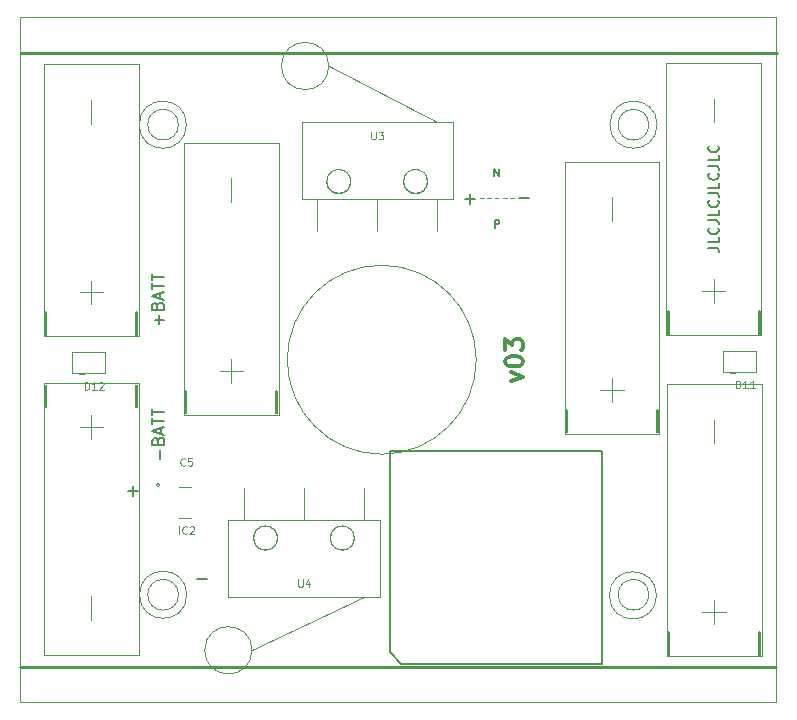
<source format=gbr>
%TF.GenerationSoftware,KiCad,Pcbnew,(5.1.5)-3*%
%TF.CreationDate,2020-08-30T11:50:14-07:00*%
%TF.ProjectId,ypanel,7970616e-656c-42e6-9b69-6361645f7063,rev?*%
%TF.SameCoordinates,Original*%
%TF.FileFunction,Legend,Top*%
%TF.FilePolarity,Positive*%
%FSLAX46Y46*%
G04 Gerber Fmt 4.6, Leading zero omitted, Abs format (unit mm)*
G04 Created by KiCad (PCBNEW (5.1.5)-3) date 2020-08-30 11:50:14*
%MOMM*%
%LPD*%
G04 APERTURE LIST*
%ADD10C,0.300000*%
%ADD11C,0.150000*%
%ADD12C,0.100000*%
%ADD13C,0.120000*%
%ADD14C,0.203200*%
%ADD15C,0.254000*%
%ADD16C,0.050000*%
%ADD17C,0.127000*%
%ADD18C,0.101600*%
%ADD19C,0.076200*%
G04 APERTURE END LIST*
D10*
X154555071Y-100785715D02*
X155555071Y-100428572D01*
X154555071Y-100071429D01*
X154055071Y-99214286D02*
X154055071Y-99071429D01*
X154126500Y-98928572D01*
X154197928Y-98857143D01*
X154340785Y-98785715D01*
X154626500Y-98714286D01*
X154983642Y-98714286D01*
X155269357Y-98785715D01*
X155412214Y-98857143D01*
X155483642Y-98928572D01*
X155555071Y-99071429D01*
X155555071Y-99214286D01*
X155483642Y-99357143D01*
X155412214Y-99428572D01*
X155269357Y-99500001D01*
X154983642Y-99571429D01*
X154626500Y-99571429D01*
X154340785Y-99500001D01*
X154197928Y-99428572D01*
X154126500Y-99357143D01*
X154055071Y-99214286D01*
X154055071Y-98214286D02*
X154055071Y-97285715D01*
X154626500Y-97785715D01*
X154626500Y-97571429D01*
X154697928Y-97428572D01*
X154769357Y-97357143D01*
X154912214Y-97285715D01*
X155269357Y-97285715D01*
X155412214Y-97357143D01*
X155483642Y-97428572D01*
X155555071Y-97571429D01*
X155555071Y-98000001D01*
X155483642Y-98142858D01*
X155412214Y-98214286D01*
D11*
X171211142Y-89501142D02*
X171854000Y-89501142D01*
X171982571Y-89544000D01*
X172068285Y-89629714D01*
X172111142Y-89758285D01*
X172111142Y-89844000D01*
X172111142Y-88644000D02*
X172111142Y-89072571D01*
X171211142Y-89072571D01*
X172025428Y-87829714D02*
X172068285Y-87872571D01*
X172111142Y-88001142D01*
X172111142Y-88086857D01*
X172068285Y-88215428D01*
X171982571Y-88301142D01*
X171896857Y-88344000D01*
X171725428Y-88386857D01*
X171596857Y-88386857D01*
X171425428Y-88344000D01*
X171339714Y-88301142D01*
X171254000Y-88215428D01*
X171211142Y-88086857D01*
X171211142Y-88001142D01*
X171254000Y-87872571D01*
X171296857Y-87829714D01*
X171211142Y-87186857D02*
X171854000Y-87186857D01*
X171982571Y-87229714D01*
X172068285Y-87315428D01*
X172111142Y-87444000D01*
X172111142Y-87529714D01*
X172111142Y-86329714D02*
X172111142Y-86758285D01*
X171211142Y-86758285D01*
X172025428Y-85515428D02*
X172068285Y-85558285D01*
X172111142Y-85686857D01*
X172111142Y-85772571D01*
X172068285Y-85901142D01*
X171982571Y-85986857D01*
X171896857Y-86029714D01*
X171725428Y-86072571D01*
X171596857Y-86072571D01*
X171425428Y-86029714D01*
X171339714Y-85986857D01*
X171254000Y-85901142D01*
X171211142Y-85772571D01*
X171211142Y-85686857D01*
X171254000Y-85558285D01*
X171296857Y-85515428D01*
X171211142Y-84872571D02*
X171854000Y-84872571D01*
X171982571Y-84915428D01*
X172068285Y-85001142D01*
X172111142Y-85129714D01*
X172111142Y-85215428D01*
X172111142Y-84015428D02*
X172111142Y-84444000D01*
X171211142Y-84444000D01*
X172025428Y-83201142D02*
X172068285Y-83244000D01*
X172111142Y-83372571D01*
X172111142Y-83458285D01*
X172068285Y-83586857D01*
X171982571Y-83672571D01*
X171896857Y-83715428D01*
X171725428Y-83758285D01*
X171596857Y-83758285D01*
X171425428Y-83715428D01*
X171339714Y-83672571D01*
X171254000Y-83586857D01*
X171211142Y-83458285D01*
X171211142Y-83372571D01*
X171254000Y-83244000D01*
X171296857Y-83201142D01*
X171211142Y-82558285D02*
X171854000Y-82558285D01*
X171982571Y-82601142D01*
X172068285Y-82686857D01*
X172111142Y-82815428D01*
X172111142Y-82901142D01*
X172111142Y-81701142D02*
X172111142Y-82129714D01*
X171211142Y-82129714D01*
X172025428Y-80886857D02*
X172068285Y-80929714D01*
X172111142Y-81058285D01*
X172111142Y-81144000D01*
X172068285Y-81272571D01*
X171982571Y-81358285D01*
X171896857Y-81401142D01*
X171725428Y-81444000D01*
X171596857Y-81444000D01*
X171425428Y-81401142D01*
X171339714Y-81358285D01*
X171254000Y-81272571D01*
X171211142Y-81144000D01*
X171211142Y-81058285D01*
X171254000Y-80929714D01*
X171296857Y-80886857D01*
D12*
X166850000Y-118950000D02*
G75*
G03X166850000Y-118950000I-2000000J0D01*
G01*
X166900000Y-79100000D02*
G75*
G03X166900000Y-79100000I-2000000J0D01*
G01*
D13*
X144800000Y-125050000D02*
X162800000Y-125050000D01*
X127050000Y-79100000D02*
G75*
G03X127050000Y-79100000I-2000000J0D01*
G01*
D12*
X127075000Y-118900000D02*
G75*
G03X127075000Y-118900000I-2000000J0D01*
G01*
X151587000Y-99000001D02*
G75*
G03X151587000Y-99000001I-8000000J0D01*
G01*
X134779564Y-114100000D02*
G75*
G03X134779564Y-114100000I-1029564J0D01*
G01*
X141279564Y-114100000D02*
G75*
G03X141279564Y-114100000I-1029564J0D01*
G01*
X126375000Y-118900000D02*
G75*
G03X126375000Y-118900000I-1300000J0D01*
G01*
X140979564Y-83920436D02*
G75*
G03X140979564Y-83920436I-1029564J0D01*
G01*
X147479564Y-83920436D02*
G75*
G03X147479564Y-83920436I-1029564J0D01*
G01*
X176975000Y-70000000D02*
X176975000Y-128000000D01*
D14*
X127914571Y-117531242D02*
X128785428Y-117531242D01*
X122114571Y-110131642D02*
X122985428Y-110131642D01*
X122550000Y-110567071D02*
X122550000Y-109696214D01*
D11*
X124785428Y-107430628D02*
X124785428Y-106668723D01*
X124642571Y-105859200D02*
X124690190Y-105716342D01*
X124737809Y-105668723D01*
X124833047Y-105621104D01*
X124975904Y-105621104D01*
X125071142Y-105668723D01*
X125118761Y-105716342D01*
X125166380Y-105811580D01*
X125166380Y-106192533D01*
X124166380Y-106192533D01*
X124166380Y-105859200D01*
X124214000Y-105763961D01*
X124261619Y-105716342D01*
X124356857Y-105668723D01*
X124452095Y-105668723D01*
X124547333Y-105716342D01*
X124594952Y-105763961D01*
X124642571Y-105859200D01*
X124642571Y-106192533D01*
X124880666Y-105240152D02*
X124880666Y-104763961D01*
X125166380Y-105335390D02*
X124166380Y-105002057D01*
X125166380Y-104668723D01*
X124166380Y-104478247D02*
X124166380Y-103906819D01*
X125166380Y-104192533D02*
X124166380Y-104192533D01*
X124166380Y-103716342D02*
X124166380Y-103144914D01*
X125166380Y-103430628D02*
X124166380Y-103430628D01*
X124734628Y-96000628D02*
X124734628Y-95238723D01*
X125115580Y-95619676D02*
X124353676Y-95619676D01*
X124591771Y-94429200D02*
X124639390Y-94286342D01*
X124687009Y-94238723D01*
X124782247Y-94191104D01*
X124925104Y-94191104D01*
X125020342Y-94238723D01*
X125067961Y-94286342D01*
X125115580Y-94381580D01*
X125115580Y-94762533D01*
X124115580Y-94762533D01*
X124115580Y-94429200D01*
X124163200Y-94333961D01*
X124210819Y-94286342D01*
X124306057Y-94238723D01*
X124401295Y-94238723D01*
X124496533Y-94286342D01*
X124544152Y-94333961D01*
X124591771Y-94429200D01*
X124591771Y-94762533D01*
X124829866Y-93810152D02*
X124829866Y-93333961D01*
X125115580Y-93905390D02*
X124115580Y-93572057D01*
X125115580Y-93238723D01*
X124115580Y-93048247D02*
X124115580Y-92476819D01*
X125115580Y-92762533D02*
X124115580Y-92762533D01*
X124115580Y-92286342D02*
X124115580Y-91714914D01*
X125115580Y-92000628D02*
X124115580Y-92000628D01*
D15*
X113030000Y-72999600D02*
X177017200Y-72999600D01*
X113000000Y-125000000D02*
X176987200Y-125000000D01*
D12*
X166200000Y-118900000D02*
G75*
G03X166200000Y-118900000I-1300000J0D01*
G01*
D16*
X126372800Y-79100000D02*
G75*
G03X126372800Y-79100000I-1300000J0D01*
G01*
D12*
X166195000Y-79102480D02*
G75*
G03X166195000Y-79102480I-1300000J0D01*
G01*
X176975000Y-70000000D02*
X113000000Y-70000000D01*
X113000000Y-128000000D02*
X176975000Y-128000000D01*
X113000000Y-70000000D02*
X113000000Y-128000000D01*
D14*
X155214571Y-85331642D02*
X156085428Y-85331642D01*
D17*
X153147290Y-87816461D02*
X153147290Y-87181461D01*
X153389195Y-87181461D01*
X153449671Y-87211700D01*
X153479909Y-87241938D01*
X153510147Y-87302414D01*
X153510147Y-87393128D01*
X153479909Y-87453604D01*
X153449671Y-87483842D01*
X153389195Y-87514080D01*
X153147290Y-87514080D01*
X153481428Y-82812738D02*
X153481428Y-83447738D01*
X153118571Y-82812738D01*
X153118571Y-83447738D01*
D14*
X150617571Y-85413742D02*
X151488428Y-85413742D01*
X151053000Y-85849171D02*
X151053000Y-84978314D01*
D13*
X152259500Y-85332100D02*
X151942000Y-85332100D01*
X153466000Y-85332100D02*
X153148500Y-85332100D01*
X152513500Y-85332100D02*
X152831000Y-85332100D01*
X153847000Y-85332100D02*
X154164500Y-85332100D01*
X154799500Y-85332100D02*
X154482000Y-85332100D01*
D11*
X162250000Y-106750000D02*
X162250000Y-124750000D01*
X144250000Y-106750000D02*
X162250000Y-106750000D01*
X144250000Y-123750000D02*
X144250000Y-106750000D01*
X145250000Y-124750000D02*
X144250000Y-123750000D01*
X162250000Y-124750000D02*
X145250000Y-124750000D01*
D13*
X117945000Y-100250500D02*
X118345000Y-100250500D01*
X117345000Y-98350500D02*
X120145000Y-98350500D01*
X117345000Y-100150500D02*
X117345000Y-98350500D01*
X120145000Y-100150500D02*
X117345000Y-100150500D01*
X120145000Y-98350500D02*
X120145000Y-100150500D01*
X173063000Y-100123500D02*
X173463000Y-100123500D01*
X172463000Y-98223500D02*
X175263000Y-98223500D01*
X172463000Y-100023500D02*
X172463000Y-98223500D01*
X175263000Y-100023500D02*
X172463000Y-100023500D01*
X175263000Y-98223500D02*
X175263000Y-100023500D01*
D14*
X159198480Y-103250000D02*
X159198480Y-105150000D01*
X159198480Y-103250000D02*
X159298480Y-103250000D01*
X159298480Y-103250000D02*
X159298480Y-105150000D01*
X166898480Y-103250000D02*
X166998480Y-103250000D01*
X166998480Y-103250000D02*
X166998480Y-105150000D01*
X166898480Y-103250000D02*
X166898480Y-105150000D01*
D13*
X163098480Y-87250000D02*
X163098480Y-85250000D01*
X163098480Y-102550000D02*
X163098480Y-100550000D01*
X162098480Y-101550000D02*
X164098480Y-101550000D01*
X167098480Y-105250000D02*
X159098480Y-105250000D01*
X167098480Y-82250000D02*
X167098480Y-105250000D01*
X159098480Y-82250000D02*
X167098480Y-82250000D01*
X159098480Y-105250000D02*
X159098480Y-82250000D01*
X142100000Y-109900000D02*
X142100000Y-112500000D01*
X137000000Y-109900000D02*
X137000000Y-112500000D01*
X131900000Y-109900000D02*
X131900000Y-112500000D01*
X143400000Y-119100000D02*
X130600000Y-119100000D01*
X130600000Y-112600000D02*
X130600000Y-119100000D01*
X130600000Y-112600000D02*
X143400000Y-112600000D01*
X143400000Y-119100000D02*
X143400000Y-112600000D01*
X134750000Y-114100000D02*
G75*
G03X134750000Y-114100000I-1000000J0D01*
G01*
X141250000Y-114100000D02*
G75*
G03X141250000Y-114100000I-1000000J0D01*
G01*
X132600000Y-123600000D02*
G75*
G03X132600000Y-123600000I-2000000J0D01*
G01*
X142080000Y-119100000D02*
X132600000Y-123600000D01*
X138100000Y-88100000D02*
X138100000Y-85500000D01*
X143200000Y-88100000D02*
X143200000Y-85500000D01*
X148300000Y-88100000D02*
X148300000Y-85500000D01*
X136800000Y-78900000D02*
X149600000Y-78900000D01*
X149600000Y-85400000D02*
X149600000Y-78900000D01*
X149600000Y-85400000D02*
X136800000Y-85400000D01*
X136800000Y-78900000D02*
X136800000Y-85400000D01*
X147450000Y-83900000D02*
G75*
G03X147450000Y-83900000I-1000000J0D01*
G01*
X140950000Y-83900000D02*
G75*
G03X140950000Y-83900000I-1000000J0D01*
G01*
X139100000Y-74130000D02*
G75*
G03X139100000Y-74130000I-2000000J0D01*
G01*
X139100000Y-74130000D02*
X148280000Y-78900000D01*
D18*
X124604600Y-109598700D02*
G75*
G02X124704600Y-109598700I50000J0D01*
G01*
X124704600Y-109598700D02*
G75*
G02X124604600Y-109598700I-50000J0D01*
G01*
D12*
X124504600Y-109598700D02*
G75*
G02X124804600Y-109598700I150000J0D01*
G01*
X124804600Y-109598700D02*
G75*
G02X124504600Y-109598700I-150000J0D01*
G01*
X126404600Y-112398700D02*
X127404600Y-112405700D01*
X126404600Y-109798700D02*
X127404600Y-109795700D01*
D14*
X115100000Y-95000000D02*
X115100000Y-96900000D01*
X115100000Y-95000000D02*
X115200000Y-95000000D01*
X115200000Y-95000000D02*
X115200000Y-96900000D01*
X122800000Y-95000000D02*
X122900000Y-95000000D01*
X122900000Y-95000000D02*
X122900000Y-96900000D01*
X122800000Y-95000000D02*
X122800000Y-96900000D01*
D13*
X119000000Y-79000000D02*
X119000000Y-77000000D01*
X119000000Y-94300000D02*
X119000000Y-92300000D01*
X118000000Y-93300000D02*
X120000000Y-93300000D01*
X123000000Y-97000000D02*
X115000000Y-97000000D01*
X123000000Y-74000000D02*
X123000000Y-97000000D01*
X115000000Y-74000000D02*
X123000000Y-74000000D01*
X115000000Y-97000000D02*
X115000000Y-74000000D01*
D14*
X167842100Y-122063000D02*
X167842100Y-123963000D01*
X167842100Y-122063000D02*
X167942100Y-122063000D01*
X167942100Y-122063000D02*
X167942100Y-123963000D01*
X175542100Y-122063000D02*
X175642100Y-122063000D01*
X175642100Y-122063000D02*
X175642100Y-123963000D01*
X175542100Y-122063000D02*
X175542100Y-123963000D01*
D13*
X171742100Y-106063000D02*
X171742100Y-104063000D01*
X171742100Y-121363000D02*
X171742100Y-119363000D01*
X170742100Y-120363000D02*
X172742100Y-120363000D01*
X175742100Y-124063000D02*
X167742100Y-124063000D01*
X175742100Y-101063000D02*
X175742100Y-124063000D01*
X167742100Y-101063000D02*
X175742100Y-101063000D01*
X167742100Y-124063000D02*
X167742100Y-101063000D01*
D14*
X126950000Y-101650000D02*
X126950000Y-103550000D01*
X126950000Y-101650000D02*
X127050000Y-101650000D01*
X127050000Y-101650000D02*
X127050000Y-103550000D01*
X134650000Y-101650000D02*
X134750000Y-101650000D01*
X134750000Y-101650000D02*
X134750000Y-103550000D01*
X134650000Y-101650000D02*
X134650000Y-103550000D01*
D13*
X130850000Y-85650000D02*
X130850000Y-83650000D01*
X130850000Y-100950000D02*
X130850000Y-98950000D01*
X129850000Y-99950000D02*
X131850000Y-99950000D01*
X134850000Y-103650000D02*
X126850000Y-103650000D01*
X134850000Y-80650000D02*
X134850000Y-103650000D01*
X126850000Y-80650000D02*
X134850000Y-80650000D01*
X126850000Y-103650000D02*
X126850000Y-80650000D01*
D14*
X122900000Y-103000000D02*
X122900000Y-101100000D01*
X122900000Y-103000000D02*
X122800000Y-103000000D01*
X122800000Y-103000000D02*
X122800000Y-101100000D01*
X115200000Y-103000000D02*
X115100000Y-103000000D01*
X115100000Y-103000000D02*
X115100000Y-101100000D01*
X115200000Y-103000000D02*
X115200000Y-101100000D01*
D13*
X119000000Y-119000000D02*
X119000000Y-121000000D01*
X119000000Y-103700000D02*
X119000000Y-105700000D01*
X120000000Y-104700000D02*
X118000000Y-104700000D01*
X115000000Y-101000000D02*
X123000000Y-101000000D01*
X115000000Y-124000000D02*
X115000000Y-101000000D01*
X123000000Y-124000000D02*
X115000000Y-124000000D01*
X123000000Y-101000000D02*
X123000000Y-124000000D01*
D14*
X167786220Y-94890080D02*
X167786220Y-96790080D01*
X167786220Y-94890080D02*
X167886220Y-94890080D01*
X167886220Y-94890080D02*
X167886220Y-96790080D01*
X175486220Y-94890080D02*
X175586220Y-94890080D01*
X175586220Y-94890080D02*
X175586220Y-96790080D01*
X175486220Y-94890080D02*
X175486220Y-96790080D01*
D13*
X171686220Y-78890080D02*
X171686220Y-76890080D01*
X171686220Y-94190080D02*
X171686220Y-92190080D01*
X170686220Y-93190080D02*
X172686220Y-93190080D01*
X175686220Y-96890080D02*
X167686220Y-96890080D01*
X175686220Y-73890080D02*
X175686220Y-96890080D01*
X167686220Y-73890080D02*
X175686220Y-73890080D01*
X167686220Y-96890080D02*
X167686220Y-73890080D01*
D19*
X118473928Y-101537761D02*
X118473928Y-100902761D01*
X118625119Y-100902761D01*
X118715833Y-100933000D01*
X118776309Y-100993476D01*
X118806547Y-101053952D01*
X118836785Y-101174904D01*
X118836785Y-101265619D01*
X118806547Y-101386571D01*
X118776309Y-101447047D01*
X118715833Y-101507523D01*
X118625119Y-101537761D01*
X118473928Y-101537761D01*
X119441547Y-101537761D02*
X119078690Y-101537761D01*
X119260119Y-101537761D02*
X119260119Y-100902761D01*
X119199642Y-100993476D01*
X119139166Y-101053952D01*
X119078690Y-101084190D01*
X119683452Y-100963238D02*
X119713690Y-100933000D01*
X119774166Y-100902761D01*
X119925357Y-100902761D01*
X119985833Y-100933000D01*
X120016071Y-100963238D01*
X120046309Y-101023714D01*
X120046309Y-101084190D01*
X120016071Y-101174904D01*
X119653214Y-101537761D01*
X120046309Y-101537761D01*
X173591928Y-101410761D02*
X173591928Y-100775761D01*
X173743119Y-100775761D01*
X173833833Y-100806000D01*
X173894309Y-100866476D01*
X173924547Y-100926952D01*
X173954785Y-101047904D01*
X173954785Y-101138619D01*
X173924547Y-101259571D01*
X173894309Y-101320047D01*
X173833833Y-101380523D01*
X173743119Y-101410761D01*
X173591928Y-101410761D01*
X174559547Y-101410761D02*
X174196690Y-101410761D01*
X174378119Y-101410761D02*
X174378119Y-100775761D01*
X174317642Y-100866476D01*
X174257166Y-100926952D01*
X174196690Y-100957190D01*
X175164309Y-101410761D02*
X174801452Y-101410761D01*
X174982880Y-101410761D02*
X174982880Y-100775761D01*
X174922404Y-100866476D01*
X174861928Y-100926952D01*
X174801452Y-100957190D01*
X136516190Y-117602261D02*
X136516190Y-118116309D01*
X136546428Y-118176785D01*
X136576666Y-118207023D01*
X136637142Y-118237261D01*
X136758095Y-118237261D01*
X136818571Y-118207023D01*
X136848809Y-118176785D01*
X136879047Y-118116309D01*
X136879047Y-117602261D01*
X137453571Y-117813928D02*
X137453571Y-118237261D01*
X137302380Y-117572023D02*
X137151190Y-118025595D01*
X137544285Y-118025595D01*
X142716190Y-79702261D02*
X142716190Y-80216309D01*
X142746428Y-80276785D01*
X142776666Y-80307023D01*
X142837142Y-80337261D01*
X142958095Y-80337261D01*
X143018571Y-80307023D01*
X143048809Y-80276785D01*
X143079047Y-80216309D01*
X143079047Y-79702261D01*
X143320952Y-79702261D02*
X143714047Y-79702261D01*
X143502380Y-79944166D01*
X143593095Y-79944166D01*
X143653571Y-79974404D01*
X143683809Y-80004642D01*
X143714047Y-80065119D01*
X143714047Y-80216309D01*
X143683809Y-80276785D01*
X143653571Y-80307023D01*
X143593095Y-80337261D01*
X143411666Y-80337261D01*
X143351190Y-80307023D01*
X143320952Y-80276785D01*
X126430119Y-113737261D02*
X126430119Y-113102261D01*
X127095357Y-113676785D02*
X127065119Y-113707023D01*
X126974404Y-113737261D01*
X126913928Y-113737261D01*
X126823214Y-113707023D01*
X126762738Y-113646547D01*
X126732500Y-113586071D01*
X126702261Y-113465119D01*
X126702261Y-113374404D01*
X126732500Y-113253452D01*
X126762738Y-113192976D01*
X126823214Y-113132500D01*
X126913928Y-113102261D01*
X126974404Y-113102261D01*
X127065119Y-113132500D01*
X127095357Y-113162738D01*
X127337261Y-113162738D02*
X127367500Y-113132500D01*
X127427976Y-113102261D01*
X127579166Y-113102261D01*
X127639642Y-113132500D01*
X127669880Y-113162738D01*
X127700119Y-113223214D01*
X127700119Y-113283690D01*
X127669880Y-113374404D01*
X127307023Y-113737261D01*
X127700119Y-113737261D01*
X126925766Y-107909185D02*
X126895528Y-107939423D01*
X126804814Y-107969661D01*
X126744338Y-107969661D01*
X126653623Y-107939423D01*
X126593147Y-107878947D01*
X126562909Y-107818471D01*
X126532671Y-107697519D01*
X126532671Y-107606804D01*
X126562909Y-107485852D01*
X126593147Y-107425376D01*
X126653623Y-107364900D01*
X126744338Y-107334661D01*
X126804814Y-107334661D01*
X126895528Y-107364900D01*
X126925766Y-107395138D01*
X127500290Y-107334661D02*
X127197909Y-107334661D01*
X127167671Y-107637042D01*
X127197909Y-107606804D01*
X127258385Y-107576566D01*
X127409576Y-107576566D01*
X127470052Y-107606804D01*
X127500290Y-107637042D01*
X127530528Y-107697519D01*
X127530528Y-107848709D01*
X127500290Y-107909185D01*
X127470052Y-107939423D01*
X127409576Y-107969661D01*
X127258385Y-107969661D01*
X127197909Y-107939423D01*
X127167671Y-107909185D01*
M02*

</source>
